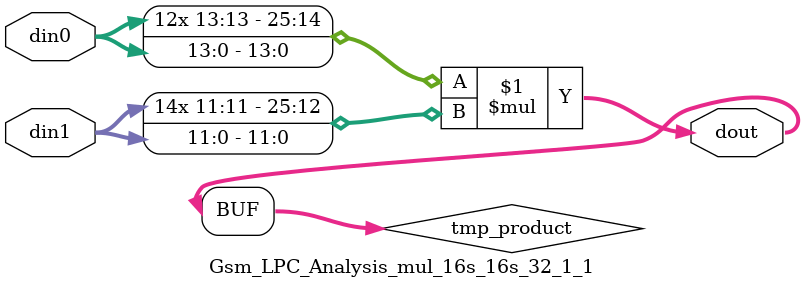
<source format=v>

 module Gsm_LPC_Analysis_mul_16s_16s_32_1_1(din0, din1, dout);  
parameter ID = 1;
parameter NUM_STAGE = 0;
parameter din0_WIDTH = 14;
parameter din1_WIDTH = 12;
parameter dout_WIDTH = 26;
input [din0_WIDTH - 1 : 0] din0; 
input [din1_WIDTH - 1 : 0] din1; 
output [dout_WIDTH - 1 : 0] dout;
wire signed [dout_WIDTH - 1 : 0] tmp_product;
assign tmp_product = $signed(din0) * $signed(din1);
assign dout = tmp_product;
endmodule

</source>
